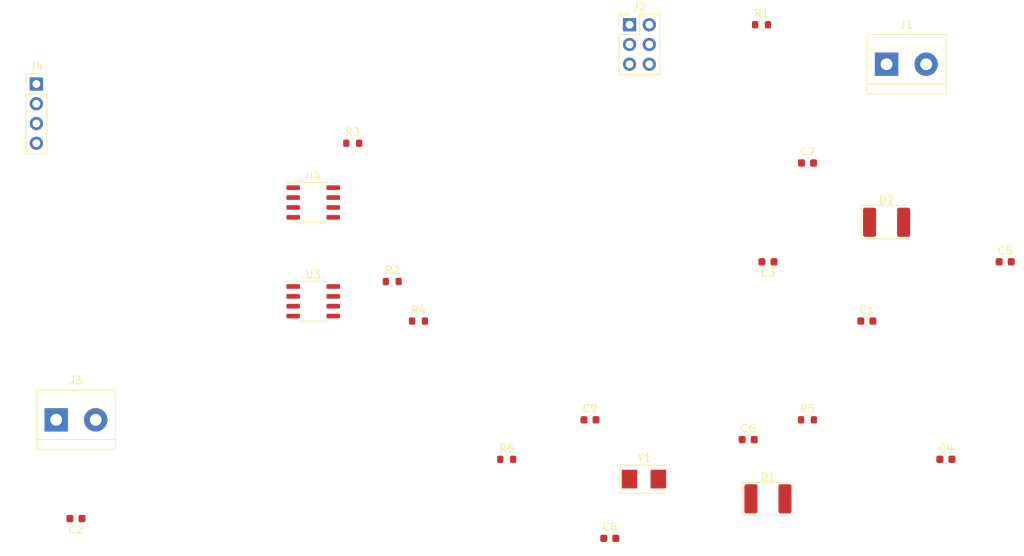
<source format=kicad_pcb>
(kicad_pcb (version 20211014) (generator pcbnew)
  (layers (0 "F.Cu" signal) (31 "B.Cu" signal) (34 "B.Paste" user) (35 "F.Paste" user) (36 "B.SilkS" user "B.Silkscreen") (37 "F.SilkS" user "F.Silkscreen") (38 "B.Mask" user) (39 "F.Mask" user) (44 "Edge.Cuts" user))
  (net 0 "")
  (net 1 "GND")
  (net 2 "+5V")
  (net 3 "+12V")
  (net 4 "Net-(C4-Pad2)")
  (net 5 "Net-(C5-Pad2)")
  (net 6 "Net-(C6-Pad1)")
  (net 7 "Net-(C6-Pad2)")
  (net 8 "Net-(C7-Pad1)")
  (net 9 "Net-(C7-Pad2)")
  (net 10 "Net-(C8-Pad1)")
  (net 11 "Net-(C9-Pad1)")
  (net 12 "Net-(J1-Pad1)")
  (net 13 "Net-(J1-Pad2)")
  (net 14 "Net-(J2-Pad1)")
  (net 18 "Net-(J4-Pad1)")
  (net 19 "Net-(J4-Pad2)")
  (net 20 "/DRIVER_HIGH_0")
  (net 21 "Net-(Q1-Pad1)")
  (net 22 "Net-(Q2-Pad1)")
  (net 23 "/DRIVER_HIGH_1")
  (net 24 "/DRIVER_LOW_0")
  (net 25 "Net-(Q3-Pad1)")
  (net 26 "Net-(Q4-Pad1)")
  (net 27 "/DRIVER_LOW_1")
  (net 28 "Net-(U1-Pad9)")
  (net 29 "Net-(U1-Pad13)")
  (net 30 "Net-(U1-Pad5)")
  (net 31 "Net-(U1-Pad4)")
  (footprint "Capacitor_SMD:C_0603_1608Metric" (layer "F.Cu") (at 116.84 104.14)
    (fp_text reference "C8" (at 0 -1.43) (layer "F.SilkS"))
    (fp_text value "16pF")
    (fp_line (start -0.14058 -0.51) (end 0.14058 -0.51) (layer "F.SilkS") (width 0.12))
    (fp_line (start -0.14058 0.51) (end 0.14058 0.51) (layer "F.SilkS") (width 0.12))
    (pad "1" smd roundrect (at -0.775 0) (size 0.9 0.95) (layers "F.Cu" "F.Paste" "F.Mask") (net 10 "Net-(C8-Pad1)"))
    (pad "2" smd roundrect (at 0.775 0) (size 0.9 0.95) (layers "F.Cu" "F.Paste" "F.Mask") (net 1 "GND"))
  )
  (footprint "Capacitor_SMD:C_0603_1608Metric" (layer "F.Cu") (at 149.86 76.2)
    (fp_text reference "C1" (at 0 -1.43) (layer "F.SilkS"))
    (fp_text value "100nF")
    (fp_line (start -0.14058 -0.51) (end 0.14058 -0.51) (layer "F.SilkS") (width 0.12))
    (fp_line (start -0.14058 0.51) (end 0.14058 0.51) (layer "F.SilkS") (width 0.12))
    (pad "1" smd roundrect (at -0.775 0) (size 0.9 0.95) (layers "F.Cu" "F.Paste" "F.Mask") (net 1 "GND"))
    (pad "2" smd roundrect (at 0.775 0) (size 0.9 0.95) (layers "F.Cu" "F.Paste" "F.Mask") (net 2 "+5V"))
  )
  (footprint "Resistor_SMD:R_0603_1608Metric" (layer "F.Cu") (at 136.335 38.1)
    (fp_text reference "R1" (at 0 -1.43) (layer "F.SilkS"))
    (fp_text value "10K")
    (fp_line (start -0.237258 0.5225) (end 0.237258 0.5225) (layer "F.SilkS") (width 0.12))
    (fp_line (start -0.237258 -0.5225) (end 0.237258 -0.5225) (layer "F.SilkS") (width 0.12))
    (pad "1" smd roundrect (at -0.825 0) (size 0.8 0.95) (layers "F.Cu" "F.Paste" "F.Mask") (net 14 "Net-(J2-Pad1)"))
    (pad "2" smd roundrect (at 0.825 0) (size 0.8 0.95) (layers "F.Cu" "F.Paste" "F.Mask") (net 2 "+5V"))
  )
  (footprint "Resistor_SMD:R_0603_1608Metric" (layer "F.Cu") (at 103.6 93.98)
    (fp_text reference "R6" (at 0 -1.43) (layer "F.SilkS"))
    (fp_text value "1 M")
    (fp_line (start -0.237258 0.5225) (end 0.237258 0.5225) (layer "F.SilkS") (width 0.12))
    (fp_line (start -0.237258 -0.5225) (end 0.237258 -0.5225) (layer "F.SilkS") (width 0.12))
    (pad "1" smd roundrect (at -0.825 0) (size 0.8 0.95) (layers "F.Cu" "F.Paste" "F.Mask") (net 10 "Net-(C8-Pad1)"))
    (pad "2" smd roundrect (at 0.825 0) (size 0.8 0.95) (layers "F.Cu" "F.Paste" "F.Mask") (net 11 "Net-(C9-Pad1)"))
  )
  (footprint "Crystal:Crystal_SMD_5032-2Pin_5.0x3.2mm" (layer "F.Cu") (at 121.23 96.52)
    (fp_text reference "Y1" (at 0 -2.8) (layer "F.SilkS"))
    (fp_text value "16 MHz")
    (fp_line (start -3.05 1.8) (end 2.7 1.8) (layer "F.SilkS") (width 0.12))
    (fp_line (start 2.7 -1.8) (end -3.05 -1.8) (layer "F.SilkS") (width 0.12))
    (fp_line (start -3.05 -1.8) (end -3.05 1.8) (layer "F.SilkS") (width 0.12))
    (pad "1" smd rect (at -1.85 0) (size 2 2.4) (layers "F.Cu" "F.Paste" "F.Mask") (net 11 "Net-(C9-Pad1)"))
    (pad "2" smd rect (at 1.85 0) (size 2 2.4) (layers "F.Cu" "F.Paste" "F.Mask") (net 10 "Net-(C8-Pad1)"))
  )
  (footprint "Resistor_SMD:R_0603_1608Metric" (layer "F.Cu") (at 88.9 71.12)
    (fp_text reference "R2" (at 0 -1.43) (layer "F.SilkS"))
    (fp_text value "100")
    (fp_line (start -0.237258 0.5225) (end 0.237258 0.5225) (layer "F.SilkS") (width 0.12))
    (fp_line (start -0.237258 -0.5225) (end 0.237258 -0.5225) (layer "F.SilkS") (width 0.12))
    (pad "1" smd roundrect (at -0.825 0) (size 0.8 0.95) (layers "F.Cu" "F.Paste" "F.Mask") (net 20 "/DRIVER_HIGH_0"))
    (pad "2" smd roundrect (at 0.825 0) (size 0.8 0.95) (layers "F.Cu" "F.Paste" "F.Mask") (net 21 "Net-(Q1-Pad1)"))
  )
  (footprint "Package_SO:SO-8_3.9x4.9mm_P1.27mm" (layer "F.Cu") (at 78.74 73.66)
    (fp_text reference "U3" (at 0 -3.4) (layer "F.SilkS"))
    (fp_text value "HALF_BRIDGE_DRIVER_DGD2003")
    (fp_line (start 0 -2.56) (end -3.45 -2.56) (layer "F.SilkS") (width 0.12))
    (fp_line (start 0 2.56) (end 1.95 2.56) (layer "F.SilkS") (width 0.12))
    (fp_line (start 0 2.56) (end -1.95 2.56) (layer "F.SilkS") (width 0.12))
    (fp_line (start 0 -2.56) (end 1.95 -2.56) (layer "F.SilkS") (width 0.12))
    (pad "1" smd roundrect (at -2.575 -1.905) (size 1.75 0.6) (layers "F.Cu" "F.Paste" "F.Mask") (net 4 "Net-(C4-Pad2)"))
    (pad "2" smd roundrect (at -2.575 -0.635) (size 1.75 0.6) (layers "F.Cu" "F.Paste" "F.Mask") (net 28 "Net-(U1-Pad9)"))
    (pad "3" smd roundrect (at -2.575 0.635) (size 1.75 0.6) (layers "F.Cu" "F.Paste" "F.Mask") (net 29 "Net-(U1-Pad13)"))
    (pad "4" smd roundrect (at -2.575 1.905) (size 1.75 0.6) (layers "F.Cu" "F.Paste" "F.Mask") (net 1 "GND"))
    (pad "5" smd roundrect (at 2.575 1.905) (size 1.75 0.6) (layers "F.Cu" "F.Paste" "F.Mask") (net 24 "/DRIVER_LOW_0"))
    (pad "6" smd roundrect (at 2.575 0.635) (size 1.75 0.6) (layers "F.Cu" "F.Paste" "F.Mask") (net 7 "Net-(C6-Pad2)"))
    (pad "7" smd roundrect (at 2.575 -0.635) (size 1.75 0.6) (layers "F.Cu" "F.Paste" "F.Mask") (net 20 "/DRIVER_HIGH_0"))
    (pad "8" smd roundrect (at 2.575 -1.905) (size 1.75 0.6) (layers "F.Cu" "F.Paste" "F.Mask") (net 6 "Net-(C6-Pad1)"))
  )
  (footprint "Capacitor_SMD:C_0603_1608Metric" (layer "F.Cu") (at 134.62 91.44)
    (fp_text reference "C6" (at 0 -1.43) (layer "F.SilkS"))
    (fp_text value "1uF")
    (fp_line (start -0.14058 0.51) (end 0.14058 0.51) (layer "F.SilkS") (width 0.12))
    (fp_line (start -0.14058 -0.51) (end 0.14058 -0.51) (layer "F.SilkS") (width 0.12))
    (pad "1" smd roundrect (at -0.775 0) (size 0.9 0.95) (layers "F.Cu" "F.Paste" "F.Mask") (net 6 "Net-(C6-Pad1)"))
    (pad "2" smd roundrect (at 0.775 0) (size 0.9 0.95) (layers "F.Cu" "F.Paste" "F.Mask") (net 7 "Net-(C6-Pad2)"))
  )
  (footprint "Diode_SMD:D_2114_3652Metric" (layer "F.Cu") (at 137.16 99.06)
    (fp_text reference "D1" (at 0 -2.82) (layer "F.SilkS"))
    (fp_text value "D_Schottky")
    (fp_line (start 2.6 -2.135) (end -3.285 -2.135) (layer "F.SilkS") (width 0.12))
    (fp_line (start -3.285 -2.135) (end -3.285 2.135) (layer "F.SilkS") (width 0.12))
    (fp_line (start -3.285 2.135) (end 2.6 2.135) (layer "F.SilkS") (width 0.12))
    (pad "1" smd roundrect (at -2.1875 0) (size 1.675 3.75) (layers "F.Cu" "F.Paste" "F.Mask") (roundrect_rratio 0.149254) (net 6 "Net-(C6-Pad1)"))
    (pad "2" smd roundrect (at 2.1875 0) (size 1.675 3.75) (layers "F.Cu" "F.Paste" "F.Mask") (roundrect_rratio 0.149254) (net 4 "Net-(C4-Pad2)"))
  )
  (footprint "Resistor_SMD:R_0603_1608Metric" (layer "F.Cu") (at 142.24 88.9)
    (fp_text reference "R5" (at 0 -1.43) (layer "F.SilkS"))
    (fp_text value "100")
    (fp_line (start -0.237258 0.5225) (end 0.237258 0.5225) (layer "F.SilkS") (width 0.12))
    (fp_line (start -0.237258 -0.5225) (end 0.237258 -0.5225) (layer "F.SilkS") (width 0.12))
    (pad "1" smd roundrect (at -0.825 0) (size 0.8 0.95) (layers "F.Cu" "F.Paste" "F.Mask") (net 26 "Net-(Q4-Pad1)"))
    (pad "2" smd roundrect (at 0.825 0) (size 0.8 0.95) (layers "F.Cu" "F.Paste" "F.Mask") (net 27 "/DRIVER_LOW_1"))
  )
  (footprint "Resistor_SMD:R_0603_1608Metric" (layer "F.Cu") (at 83.82 53.34)
    (fp_text reference "R3" (at 0 -1.43) (layer "F.SilkS"))
    (fp_text value "100")
    (fp_line (start -0.237258 0.5225) (end 0.237258 0.5225) (layer "F.SilkS") (width 0.12))
    (fp_line (start -0.237258 -0.5225) (end 0.237258 -0.5225) (layer "F.SilkS") (width 0.12))
    (pad "1" smd roundrect (at -0.825 0) (size 0.8 0.95) (layers "F.Cu" "F.Paste" "F.Mask") (net 22 "Net-(Q2-Pad1)"))
    (pad "2" smd roundrect (at 0.825 0) (size 0.8 0.95) (layers "F.Cu" "F.Paste" "F.Mask") (net 23 "/DRIVER_HIGH_1"))
  )
  (footprint "Capacitor_SMD:C_0603_1608Metric" (layer "F.Cu") (at 160.02 93.98)
    (fp_text reference "C4" (at 0 -1.43) (layer "F.SilkS"))
    (fp_text value "100nF")
    (fp_line (start -0.14058 0.51) (end 0.14058 0.51) (layer "F.SilkS") (width 0.12))
    (fp_line (start -0.14058 -0.51) (end 0.14058 -0.51) (layer "F.SilkS") (width 0.12))
    (pad "1" smd roundrect (at -0.775 0) (size 0.9 0.95) (layers "F.Cu" "F.Paste" "F.Mask") (net 1 "GND"))
    (pad "2" smd roundrect (at 0.775 0) (size 0.9 0.95) (layers "F.Cu" "F.Paste" "F.Mask") (net 4 "Net-(C4-Pad2)"))
  )
  (footprint "Diode_SMD:D_2114_3652Metric" (layer "F.Cu") (at 152.4 63.5)
    (fp_text reference "D2" (at 0 -2.82) (layer "F.SilkS"))
    (fp_text value "D_Schottky")
    (fp_line (start -3.285 2.135) (end 2.6 2.135) (layer "F.SilkS") (width 0.12))
    (fp_line (start 2.6 -2.135) (end -3.285 -2.135) (layer "F.SilkS") (width 0.12))
    (fp_line (start -3.285 -2.135) (end -3.285 2.135) (layer "F.SilkS") (width 0.12))
    (pad "1" smd roundrect (at -2.1875 0) (size 1.675 3.75) (layers "F.Cu" "F.Paste" "F.Mask") (roundrect_rratio 0.149254) (net 8 "Net-(C7-Pad1)"))
    (pad "2" smd roundrect (at 2.1875 0) (size 1.675 3.75) (layers "F.Cu" "F.Paste" "F.Mask") (roundrect_rratio 0.149254) (net 5 "Net-(C5-Pad2)"))
  )
  (footprint "Resistor_SMD:R_0603_1608Metric" (layer "F.Cu") (at 92.265 76.2)
    (fp_text reference "R4" (at 0 -1.43) (layer "F.SilkS"))
    (fp_text value "100")
    (fp_line (start -0.237258 0.5225) (end 0.237258 0.5225) (layer "F.SilkS") (width 0.12))
    (fp_line (start -0.237258 -0.5225) (end 0.237258 -0.5225) (layer "F.SilkS") (width 0.12))
    (pad "1" smd roundrect (at -0.825 0) (size 0.8 0.95) (layers "F.Cu" "F.Paste" "F.Mask") (net 24 "/DRIVER_LOW_0"))
    (pad "2" smd roundrect (at 0.825 0) (size 0.8 0.95) (layers "F.Cu" "F.Paste" "F.Mask") (net 25 "Net-(Q3-Pad1)"))
  )
  (footprint "Connector_PinHeader_2.54mm:PinHeader_2x03_P2.54mm_Vertical" (layer "F.Cu") (at 119.38 38.1)
    (fp_text reference "J2" (at 1.27 -2.33) (layer "F.SilkS"))
    (fp_text value "Conn_02x03_Counter_Clockwise")
    (fp_line (start 1.27 -1.33) (end 3.87 -1.33) (layer "F.SilkS") (width 0.12))
    (fp_line (start -1.33 1.27) (end -1.33 6.41) (layer "F.SilkS") (width 0.12))
    (fp_line (start 3.87 -1.33) (end 3.87 6.41) (layer "F.SilkS") (width 0.12))
    (fp_line (start -1.33 1.27) (end 1.27 1.27) (layer "F.SilkS") (width 0.12))
    (fp_line (start -1.33 6.41) (end 3.87 6.41) (layer "F.SilkS") (width 0.12))
    (fp_line (start -1.33 -1.33) (end 0 -1.33) (layer "F.SilkS") (width 0.12))
    (fp_line (start 1.27 1.27) (end 1.27 -1.33) (layer "F.SilkS") (width 0.12))
    (fp_line (start -1.33 0) (end -1.33 -1.33) (layer "F.SilkS") (width 0.12))
    (pad "1" thru_hole rect (at 0 0) (size 1.7 1.7) (drill 1) (layers *.Cu *.Mask) (net 14 "Net-(J2-Pad1)"))
    (pad "2" thru_hole oval (at 2.54 0) (size 1.7 1.7) (drill 1) (layers *.Cu *.Mask))
    (pad "3" thru_hole oval (at 0 2.54) (size 1.7 1.7) (drill 1) (layers *.Cu *.Mask))
    (pad "4" thru_hole oval (at 2.54 2.54) (size 1.7 1.7) (drill 1) (layers *.Cu *.Mask) (net 1 "GND"))
    (pad "5" thru_hole oval (at 0 5.08) (size 1.7 1.7) (drill 1) (layers *.Cu *.Mask))
    (pad "6" thru_hole oval (at 2.54 5.08) (size 1.7 1.7) (drill 1) (layers *.Cu *.Mask) (net 2 "+5V"))
  )
  (footprint "Package_SO:SO-8_3.9x4.9mm_P1.27mm" (layer "F.Cu") (at 78.74 60.96)
    (fp_text reference "U4" (at 0 -3.4) (layer "F.SilkS"))
    (fp_text value "HALF_BRIDGE_DRIVER_DGD2003")
    (fp_line (start 0 -2.56) (end 1.95 -2.56) (layer "F.SilkS") (width 0.12))
    (fp_line (start 0 2.56) (end 1.95 2.56) (layer "F.SilkS") (width 0.12))
    (fp_line (start 0 2.56) (end -1.95 2.56) (layer "F.SilkS") (width 0.12))
    (fp_line (start 0 -2.56) (end -3.45 -2.56) (layer "F.SilkS") (width 0.12))
    (pad "1" smd roundrect (at -2.575 -1.905) (size 1.75 0.6) (layers "F.Cu" "F.Paste" "F.Mask") (net 5 "Net-(C5-Pad2)"))
    (pad "2" smd roundrect (at -2.575 -0.635) (size 1.75 0.6) (layers "F.Cu" "F.Paste" "F.Mask") (net 30 "Net-(U1-Pad5)"))
    (pad "3" smd roundrect (at -2.575 0.635) (size 1.75 0.6) (layers "F.Cu" "F.Paste" "F.Mask") (net 31 "Net-(U1-Pad4)"))
    (pad "4" smd roundrect (at -2.575 1.905) (size 1.75 0.6) (layers "F.Cu" "F.Paste" "F.Mask") (net 1 "GND"))
    (pad "5" smd roundrect (at 2.575 1.905) (size 1.75 0.6) (layers "F.Cu" "F.Paste" "F.Mask") (net 27 "/DRIVER_LOW_1"))
    (pad "6" smd roundrect (at 2.575 0.635) (size 1.75 0.6) (layers "F.Cu" "F.Paste" "F.Mask") (net 9 "Net-(C7-Pad2)"))
    (pad "7" smd roundrect (at 2.575 -0.635) (size 1.75 0.6) (layers "F.Cu" "F.Paste" "F.Mask") (net 23 "/DRIVER_HIGH_1"))
    (pad "8" smd roundrect (at 2.575 -1.905) (size 1.75 0.6) (layers "F.Cu" "F.Paste" "F.Mask") (net 8 "Net-(C7-Pad1)"))
  )
  (footprint "TerminalBlock:TerminalBlock_bornier-2_P5.08mm" (layer "F.Cu") (at 45.72 88.9)
    (fp_text reference "J3" (at 2.54 -5.08) (layer "F.SilkS"))
    (fp_text value "Screw_Terminal_01x02")
    (fp_line (start 7.62 -3.81) (end -2.54 -3.81) (layer "F.SilkS") (width 0.12))
    (fp_line (start 7.62 3.81) (end 7.62 -3.81) (layer "F.SilkS") (width 0.12))
    (fp_line (start 7.62 2.54) (end -2.54 2.54) (layer "F.SilkS") (width 0.12))
    (fp_line (start -2.54 3.81) (end 7.62 3.81) (layer "F.SilkS") (width 0.12))
    (fp_line (start -2.54 -3.81) (end -2.54 3.81) (layer "F.SilkS") (width 0.12))
    (pad "1" thru_hole rect (at 0 0) (size 3 3) (drill 1.52) (layers *.Cu *.Mask) (net 1 "GND"))
    (pad "2" thru_hole circle (at 5.08 0) (size 3 3) (drill 1.52) (layers *.Cu *.Mask) (net 3 "+12V"))
  )
  (footprint "Capacitor_SMD:C_0603_1608Metric" (layer "F.Cu") (at 167.64 68.58)
    (fp_text reference "C5" (at 0 -1.43) (layer "F.SilkS"))
    (fp_text value "100nF")
    (fp_line (start -0.14058 0.51) (end 0.14058 0.51) (layer "F.SilkS") (width 0.12))
    (fp_line (start -0.14058 -0.51) (end 0.14058 -0.51) (layer "F.SilkS") (width 0.12))
    (pad "1" smd roundrect (at -0.775 0) (size 0.9 0.95) (layers "F.Cu" "F.Paste" "F.Mask") (net 1 "GND"))
    (pad "2" smd roundrect (at 0.775 0) (size 0.9 0.95) (layers "F.Cu" "F.Paste" "F.Mask") (net 5 "Net-(C5-Pad2)"))
  )
  (footprint "TerminalBlock:TerminalBlock_bornier-2_P5.08mm" (layer "F.Cu") (at 152.4 43.18)
    (fp_text reference "J1" (at 2.54 -5.08) (layer "F.SilkS"))
    (fp_text value "Screw_Terminal_01x02")
    (fp_line (start 7.62 3.81) (end 7.62 -3.81) (layer "F.SilkS") (width 0.12))
    (fp_line (start 7.62 -3.81) (end -2.54 -3.81) (layer "F.SilkS") (width 0.12))
    (fp_line (start 7.62 2.54) (end -2.54 2.54) (layer "F.SilkS") (width 0.12))
    (fp_line (start -2.54 3.81) (end 7.62 3.81) (layer "F.SilkS") (width 0.12))
    (fp_line (start -2.54 -3.81) (end -2.54 3.81) (layer "F.SilkS") (width 0.12))
    (pad "1" thru_hole rect (at 0 0) (size 3 3) (drill 1.52) (layers *.Cu *.Mask) (net 12 "Net-(J1-Pad1)"))
    (pad "2" thru_hole circle (at 5.08 0) (size 3 3) (drill 1.52) (layers *.Cu *.Mask) (net 13 "Net-(J1-Pad2)"))
  )
  (footprint "Capacitor_SMD:C_0603_1608Metric" (layer "F.Cu") (at 48.26 101.6 180)
    (fp_text reference "C2" (at 0 -1.43) (layer "F.SilkS"))
    (fp_text value "10uF")
    (fp_line (start -0.14058 0.51) (end 0.14058 0.51) (layer "F.SilkS") (width 0.12))
    (fp_line (start -0.14058 -0.51) (end 0.14058 -0.51) (layer "F.SilkS") (width 0.12))
    (pad "1" smd roundrect (at -0.775 0 180) (size 0.9 0.95) (layers "F.Cu" "F.Paste" "F.Mask") (net 3 "+12V"))
    (pad "2" smd roundrect (at 0.775 0 180) (size 0.9 0.95) (layers "F.Cu" "F.Paste" "F.Mask") (net 1 "GND"))
  )
  (footprint "Capacitor_SMD:C_0603_1608Metric" (layer "F.Cu") (at 142.24 55.88)
    (fp_text reference "C7" (at 0 -1.43) (layer "F.SilkS"))
    (fp_text value "1uF")
    (fp_line (start -0.14058 -0.51) (end 0.14058 -0.51) (layer "F.SilkS") (width 0.12))
    (fp_line (start -0.14058 0.51) (end 0.14058 0.51) (layer "F.SilkS") (width 0.12))
    (pad "1" smd roundrect (at -0.775 0) (size 0.9 0.95) (layers "F.Cu" "F.Paste" "F.Mask") (net 8 "Net-(C7-Pad1)"))
    (pad "2" smd roundrect (at 0.775 0) (size 0.9 0.95) (layers "F.Cu" "F.Paste" "F.Mask") (net 9 "Net-(C7-Pad2)"))
  )
  (footprint "Connector_PinHeader_2.54mm:PinHeader_1x04_P2.54mm_Vertical" (layer "F.Cu") (at 43.18 45.72)
    (fp_text reference "J4" (at 0 -2.33) (layer "F.SilkS"))
    (fp_text value "Conn_01x04")
    (fp_line (start -1.33 8.95) (end 1.33 8.95) (layer "F.SilkS") (width 0.12))
    (fp_line (start -1.33 1.27) (end 1.33 1.27) (layer "F.SilkS") (width 0.12))
    (fp_line (start 1.33 1.27) (end 1.33 8.95) (layer "F.SilkS") (width 0.12))
    (fp_line (start -1.33 -1.33) (end 0 -1.33) (layer "F.SilkS") (width 0.12))
    (fp_line (start -1.33 1.27) (end -1.33 8.95) (layer "F.SilkS") (width 0.12))
    (fp_line (start -1.33 0) (end -1.33 -1.33) (layer "F.SilkS") (width 0.12))
    (pad "1" thru_hole rect (at 0 0) (size 1.7 1.7) (drill 1) (layers *.Cu *.Mask) (net 18 "Net-(J4-Pad1)"))
    (pad "2" thru_hole oval (at 0 2.54) (size 1.7 1.7) (drill 1) (layers *.Cu *.Mask) (net 19 "Net-(J4-Pad2)"))
    (pad "3" thru_hole oval (at 0 5.08) (size 1.7 1.7) (drill 1) (layers *.Cu *.Mask) (net 2 "+5V"))
    (pad "4" thru_hole oval (at 0 7.62) (size 1.7 1.7) (drill 1) (layers *.Cu *.Mask) (net 1 "GND"))
  )
  (footprint "Capacitor_SMD:C_0603_1608Metric" (layer "F.Cu") (at 137.16 68.58 180)
    (fp_text reference "C3" (at 0 -1.43) (layer "F.SilkS"))
    (fp_text value "10uF")
    (fp_line (start -0.14058 -0.51) (end 0.14058 -0.51) (layer "F.SilkS") (width 0.12))
    (fp_line (start -0.14058 0.51) (end 0.14058 0.51) (layer "F.SilkS") (width 0.12))
    (pad "1" smd roundrect (at -0.775 0 180) (size 0.9 0.95) (layers "F.Cu" "F.Paste" "F.Mask") (net 2 "+5V"))
    (pad "2" smd roundrect (at 0.775 0 180) (size 0.9 0.95) (layers "F.Cu" "F.Paste" "F.Mask") (net 1 "GND"))
  )
  (footprint "Capacitor_SMD:C_0603_1608Metric" (layer "F.Cu") (at 114.3 88.9)
    (fp_text reference "C9" (at 0 -1.43) (layer "F.SilkS"))
    (fp_text value "16pF")
    (fp_line (start -0.14058 -0.51) (end 0.14058 -0.51) (layer "F.SilkS") (width 0.12))
    (fp_line (start -0.14058 0.51) (end 0.14058 0.51) (layer "F.SilkS") (width 0.12))
    (pad "1" smd roundrect (at -0.775 0) (size 0.9 0.95) (layers "F.Cu" "F.Paste" "F.Mask") (net 11 "Net-(C9-Pad1)"))
    (pad "2" smd roundrect (at 0.775 0) (size 0.9 0.95) (layers "F.Cu" "F.Paste" "F.Mask") (net 1 "GND"))
  )
)
</source>
